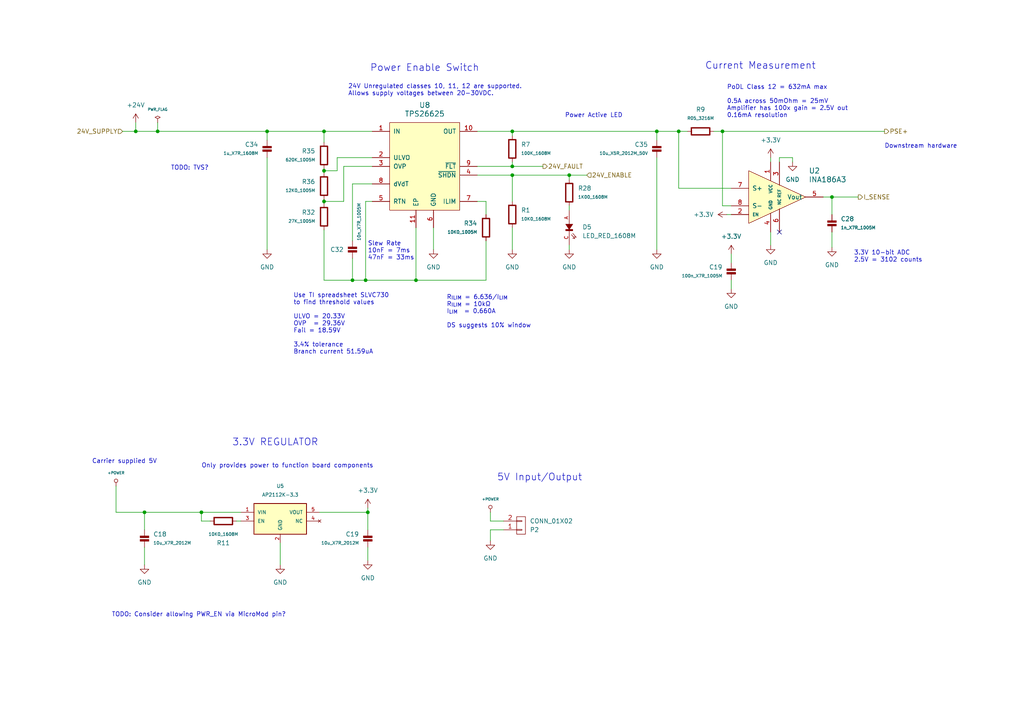
<source format=kicad_sch>
(kicad_sch (version 20230121) (generator eeschema)
  (paper "A4")
  (title_block (title "Input Power Switch and Sensing") (date "2023-08-17") (rev "V1.0") (comment 2 "eFuse handles polarity, voltage, OCP") (comment 3 "HV PoDL feed is controlled by Micro."))
  (lib_symbols
    (symbol "appli_analog_devices:INA186A3" (pin_names (offset 1.016))
      (property "Reference" "U" (at 5.08 7.62 0))
      (property "Value" "INA186A3" (at 8.89 5.08 0))
      (symbol "INA186A3_0_1"
        (polyline (pts (xy -6.35 7.62) (xy -6.35 -7.62) (xy 10.16 0) (xy -6.35 7.62)) (fill (type background)))
      )
      (symbol "INA186A3_1_0"
        (pin passive line (at 2.54 10.16 270) (length 6.75) (name "REF") (number "3"))
        (pin passive line (at 2.54 -10.16 90) (length 6.75) (name "NC") (number "6"))
      )
      (symbol "INA186A3_1_1"
        (pin input line (at 0 10.16 270) (length 5.4102) (name "VCC") (number "1"))
        (pin input line (at -11.43 -5.08 0) (length 5.08) (name "EN") (number "2"))
        (pin input line (at 0 -10.16 90) (length 5.4102) (name "GND") (number "4"))
        (pin input line (at 15.24 0 180) (length 5.08) (name "Vout") (number "5"))
        (pin input line (at -11.43 2.54 0) (length 5.08) (name "S+") (number "7"))
        (pin input line (at -11.43 -2.54 0) (length 5.08) (name "S-") (number "8"))
      )
    )
    (symbol "appli_capacitor:100n_X7R_1005M" (pin_numbers hide) (pin_names (offset 0.254))
      (property "Reference" "C" (at -2.286 -2.54 90))
      (property "Value" "100n_X7R_1005M" (at 2.159 -2.54 90))
      (symbol "100n_X7R_1005M_0_1"
        (rectangle (start -1.27 -2.794) (end 1.27 -3.302) (fill (type outline)))
        (rectangle (start -1.27 -1.778) (end 1.27 -2.286) (fill (type outline)))
      )
      (symbol "100n_X7R_1005M_1_1"
        (pin passive line (at 0 0 270) (length 1.778) (name "~") (number "1"))
        (pin passive line (at 0 -5.08 90) (length 1.778) (name "~") (number "2"))
      )
    )
    (symbol "appli_capacitor:10n_X7R_1005M" (pin_numbers hide) (pin_names (offset 0.254))
      (property "Reference" "C" (at -2.286 -2.54 90))
      (property "Value" "10n_X7R_1005M" (at 2.159 -2.54 90))
      (symbol "10n_X7R_1005M_0_1"
        (rectangle (start -1.27 -2.794) (end 1.27 -3.302) (fill (type outline)))
        (rectangle (start -1.27 -1.778) (end 1.27 -2.286) (fill (type outline)))
      )
      (symbol "10n_X7R_1005M_1_1"
        (pin passive line (at 0 0 270) (length 1.778) (name "~") (number "1"))
        (pin passive line (at 0 -5.08 90) (length 1.778) (name "~") (number "2"))
      )
    )
    (symbol "appli_capacitor:10u_X5R_2012M_50V" (pin_numbers hide) (pin_names (offset 0.254))
      (property "Reference" "C" (at -2.286 -2.54 90))
      (property "Value" "10u_X5R_2012M_50V" (at 2.159 -2.54 90))
      (symbol "10u_X5R_2012M_50V_0_1"
        (rectangle (start -1.27 -2.794) (end 1.27 -3.302) (fill (type outline)))
        (rectangle (start -1.27 -1.778) (end 1.27 -2.286) (fill (type outline)))
      )
      (symbol "10u_X5R_2012M_50V_1_1"
        (pin passive line (at 0 0 270) (length 1.778) (name "~") (number "1"))
        (pin passive line (at 0 -5.08 90) (length 1.778) (name "~") (number "2"))
      )
    )
    (symbol "appli_capacitor:10u_X7R_2012M" (pin_numbers hide) (pin_names (offset 0.254))
      (property "Reference" "C" (at -2.286 -2.54 90))
      (property "Value" "10u_X7R_2012M" (at 2.159 -2.54 90))
      (symbol "10u_X7R_2012M_0_1"
        (rectangle (start -1.27 -2.794) (end 1.27 -3.302) (fill (type outline)))
        (rectangle (start -1.27 -1.778) (end 1.27 -2.286) (fill (type outline)))
      )
      (symbol "10u_X7R_2012M_1_1"
        (pin passive line (at 0 0 270) (length 1.778) (name "~") (number "1"))
        (pin passive line (at 0 -5.08 90) (length 1.778) (name "~") (number "2"))
      )
    )
    (symbol "appli_capacitor:1n_X7R_1005M" (pin_numbers hide) (pin_names (offset 0.254))
      (property "Reference" "C" (at -2.286 -2.54 90))
      (property "Value" "1n_X7R_1005M" (at 2.159 -2.54 90))
      (symbol "1n_X7R_1005M_0_1"
        (rectangle (start -1.27 -2.794) (end 1.27 -3.302) (fill (type outline)))
        (rectangle (start -1.27 -1.778) (end 1.27 -2.286) (fill (type outline)))
      )
      (symbol "1n_X7R_1005M_1_1"
        (pin passive line (at 0 0 270) (length 1.778) (name "~") (number "1"))
        (pin passive line (at 0 -5.08 90) (length 1.778) (name "~") (number "2"))
      )
    )
    (symbol "appli_capacitor:1u_X7R_1608M" (pin_numbers hide) (pin_names (offset 0.254))
      (property "Reference" "C" (at -2.286 -2.54 90))
      (property "Value" "1u_X7R_1608M" (at 2.159 -2.54 90))
      (symbol "1u_X7R_1608M_0_1"
        (rectangle (start -1.27 -2.794) (end 1.27 -3.302) (fill (type outline)))
        (rectangle (start -1.27 -1.778) (end 1.27 -2.286) (fill (type outline)))
      )
      (symbol "1u_X7R_1608M_1_1"
        (pin passive line (at 0 0 270) (length 1.778) (name "~") (number "1"))
        (pin passive line (at 0 -5.08 90) (length 1.778) (name "~") (number "2"))
      )
    )
    (symbol "appli_connector_wurth:CONN_01X02" (pin_names (offset 1.016) hide)
      (property "Reference" "P" (at 0 3.81 0))
      (property "Value" "CONN_01X02" (at 2.54 0 90))
      (symbol "CONN_01X02_0_1"
        (rectangle (start -1.27 -1.143) (end 0.254 -1.397))
        (rectangle (start -1.27 1.397) (end 0.254 1.143))
        (rectangle (start -1.27 2.54) (end 1.27 -2.54))
      )
      (symbol "CONN_01X02_1_1"
        (pin passive line (at -5.08 1.27 0) (length 3.81) (name "P1") (number "1"))
        (pin passive line (at -5.08 -1.27 0) (length 3.81) (name "P2") (number "2"))
      )
    )
    (symbol "appli_device:LED_RED_1608M" (pin_names (offset 1.016) hide)
      (property "Reference" "D" (at 0 2.54 0))
      (property "Value" "LED_RED_1608M" (at 0 -2.54 0))
      (symbol "LED_RED_1608M_0_1"
        (rectangle (start -0.508 1.016) (end -0.889 -1.016) (fill (type outline)))
        (polyline (pts (xy -2.032 -0.635) (xy -3.175 -1.651) (xy -3.048 -1.016)))
        (polyline (pts (xy -1.651 -1.016) (xy -2.794 -2.032) (xy -2.667 -1.397)))
        (polyline (pts (xy 1.016 -1.016) (xy -0.508 0) (xy 1.016 1.016) (xy 1.016 -1.016)) (fill (type outline)))
      )
      (symbol "LED_RED_1608M_1_1"
        (pin passive line (at 5.08 0 180) (length 4.445) (name "A") (number "A"))
        (pin passive line (at -5.08 0 0) (length 4.445) (name "C") (number "C"))
      )
    )
    (symbol "appli_power:+24V" (power) (pin_names (offset 0))
      (property "Value" "+24V" (at 0 3.556 0))
      (symbol "+24V_0_1"
        (polyline (pts (xy -0.762 1.27) (xy 0 2.54)))
        (polyline (pts (xy 0 0) (xy 0 2.54)))
        (polyline (pts (xy 0 2.54) (xy 0.762 1.27)))
      )
      (symbol "+24V_1_1"
        (pin power_in line (at 0 0 90) (length 0) hide (name "+24V") (number "1"))
      )
    )
    (symbol "appli_power:+3.3V" (power) (pin_names (offset 0))
      (property "Value" "+3.3V" (at 0 3.556 0))
      (symbol "+3.3V_0_1"
        (polyline (pts (xy -0.762 1.27) (xy 0 2.54)))
        (polyline (pts (xy 0 0) (xy 0 2.54)))
        (polyline (pts (xy 0 2.54) (xy 0.762 1.27)))
      )
      (symbol "+3.3V_1_1"
        (pin power_in line (at 0 0 90) (length 0) hide (name "+3.3V") (number "1"))
      )
    )
    (symbol "appli_power:+POWER" (power) (pin_names (offset 0))
      (property "Value" "+POWER" (at 0 2.54 0))
      (symbol "+POWER_0_0"
        (pin power_in line (at 0 0 90) (length 0) hide (name "+POWER") (number "1"))
      )
      (symbol "+POWER_0_1"
        (polyline (pts (xy 0 0) (xy 0 1.016) (xy 0 1.016)))
        (circle (center 0 1.524) (radius 0.508))
      )
    )
    (symbol "appli_power:GND" (power) (pin_names (offset 0))
      (property "Value" "GND" (at 0 -3.81 0))
      (symbol "GND_0_1"
        (polyline (pts (xy 0 0) (xy 0 -1.27) (xy 1.27 -1.27) (xy 0 -2.54) (xy -1.27 -1.27) (xy 0 -1.27)))
      )
      (symbol "GND_1_1"
        (pin power_in line (at 0 0 270) (length 0) hide (name "GND") (number "1"))
      )
    )
    (symbol "appli_power:PWR_FLAG" (power) (pin_numbers hide) (pin_names (offset 0) hide)
      (property "Value" "PWR_FLAG" (at 0 2.54 0))
      (symbol "PWR_FLAG_0_0"
        (pin power_out line (at 0 0 90) (length 0) (name "pwr") (number "1"))
      )
      (symbol "PWR_FLAG_0_1"
        (polyline (pts (xy 0 0) (xy 0 1.143) (xy -0.762 1.524) (xy 0 1.905) (xy 0.762 1.524) (xy 0 1.143)))
      )
    )
    (symbol "appli_regulator:AP2112K-3.3" (pin_names (offset 1.016))
      (property "Reference" "U" (at -7.62 7.62 0))
      (property "Value" "AP2112K-3.3" (at -7.62 6.35 0))
      (symbol "AP2112K-3.3_0_1"
        (rectangle (start -7.62 3.81) (end 7.62 -5.08) (stroke (width 0.254)) (fill (type background)))
      )
      (symbol "AP2112K-3.3_1_1"
        (pin input line (at -11.43 1.27 0) (length 3.81) (name "VIN") (number "1"))
        (pin power_in line (at 0 -7.62 90) (length 2.54) (name "GND") (number "2"))
        (pin power_out line (at -11.43 -1.27 0) (length 3.81) (name "EN") (number "3"))
        (pin no_connect line (at 11.43 -1.27 180) (length 3.81) (name "NC") (number "4"))
        (pin power_out line (at 11.43 1.27 180) (length 3.81) (name "VOUT") (number "5"))
      )
    )
    (symbol "appli_resistor:100K_1608M" (pin_numbers hide) (pin_names (offset 0))
      (property "Reference" "R" (at -2.159 -3.81 90))
      (property "Value" "100K_1608M" (at 2.032 -3.81 90))
      (symbol "100K_1608M_0_1"
        (rectangle (start -1.016 -1.143) (end 1.016 -6.477) (stroke (width 0.381)))
      )
      (symbol "100K_1608M_1_1"
        (pin passive line (at 0 0 270) (length 1.143) (name "~") (number "1"))
        (pin passive line (at 0 -7.62 90) (length 1.143) (name "~") (number "2"))
      )
    )
    (symbol "appli_resistor:10K0_1005M" (pin_numbers hide) (pin_names (offset 0))
      (property "Reference" "R" (at -2.159 -3.81 90))
      (property "Value" "10K0_1005M" (at 2.032 -3.81 90))
      (symbol "10K0_1005M_0_1"
        (rectangle (start -1.016 -1.143) (end 1.016 -6.477) (stroke (width 0.381)))
      )
      (symbol "10K0_1005M_1_1"
        (pin passive line (at 0 0 270) (length 1.143) (name "~") (number "1"))
        (pin passive line (at 0 -7.62 90) (length 1.143) (name "~") (number "2"))
      )
    )
    (symbol "appli_resistor:10K0_1608M" (pin_numbers hide) (pin_names (offset 0))
      (property "Reference" "R" (at -2.159 -3.81 90))
      (property "Value" "10K0_1608M" (at 2.032 -3.81 90))
      (symbol "10K0_1608M_0_1"
        (rectangle (start -1.016 -1.143) (end 1.016 -6.477) (stroke (width 0.381)))
      )
      (symbol "10K0_1608M_1_1"
        (pin passive line (at 0 0 270) (length 1.143) (name "~") (number "1"))
        (pin passive line (at 0 -7.62 90) (length 1.143) (name "~") (number "2"))
      )
    )
    (symbol "appli_resistor:12K0_1005M" (pin_numbers hide) (pin_names (offset 0))
      (property "Reference" "R" (at -2.159 -3.81 90))
      (property "Value" "12K0_1005M" (at 2.032 -3.81 90))
      (symbol "12K0_1005M_0_1"
        (rectangle (start -1.016 -1.143) (end 1.016 -6.477) (stroke (width 0.381)))
      )
      (symbol "12K0_1005M_1_1"
        (pin passive line (at 0 0 270) (length 1.143) (name "~") (number "1"))
        (pin passive line (at 0 -7.62 90) (length 1.143) (name "~") (number "2"))
      )
    )
    (symbol "appli_resistor:1K00_1608M" (pin_numbers hide) (pin_names (offset 0))
      (property "Reference" "R" (at -2.159 -3.81 90))
      (property "Value" "1K00_1608M" (at 2.032 -3.81 90))
      (symbol "1K00_1608M_0_1"
        (rectangle (start -1.016 -1.143) (end 1.016 -6.477) (stroke (width 0.381)))
      )
      (symbol "1K00_1608M_1_1"
        (pin passive line (at 0 0 270) (length 1.143) (name "~") (number "1"))
        (pin passive line (at 0 -7.62 90) (length 1.143) (name "~") (number "2"))
      )
    )
    (symbol "appli_resistor:27K_1005M" (pin_numbers hide) (pin_names (offset 0))
      (property "Reference" "R" (at -2.159 -3.81 90))
      (property "Value" "27K_1005M" (at 2.032 -3.81 90))
      (symbol "27K_1005M_0_1"
        (rectangle (start -1.016 -1.143) (end 1.016 -6.477) (stroke (width 0.381)))
      )
      (symbol "27K_1005M_1_1"
        (pin passive line (at 0 0 270) (length 1.143) (name "~") (number "1"))
        (pin passive line (at 0 -7.62 90) (length 1.143) (name "~") (number "2"))
      )
    )
    (symbol "appli_resistor:620K_1005M" (pin_numbers hide) (pin_names (offset 0))
      (property "Reference" "R" (at -2.159 -3.81 90))
      (property "Value" "620K_1005M" (at 2.032 -3.81 90))
      (symbol "620K_1005M_0_1"
        (rectangle (start -1.016 -1.143) (end 1.016 -6.477) (stroke (width 0.381)))
      )
      (symbol "620K_1005M_1_1"
        (pin passive line (at 0 0 270) (length 1.143) (name "~") (number "1"))
        (pin passive line (at 0 -7.62 90) (length 1.143) (name "~") (number "2"))
      )
    )
    (symbol "appli_resistor:R05_3216M" (pin_numbers hide) (pin_names (offset 0))
      (property "Reference" "R" (at -2.159 -3.81 90))
      (property "Value" "R05_3216M" (at 2.032 -3.81 90))
      (symbol "R05_3216M_0_1"
        (rectangle (start -1.016 -1.143) (end 1.016 -6.477) (stroke (width 0.381)))
      )
      (symbol "R05_3216M_1_1"
        (pin passive line (at 0 0 270) (length 1.143) (name "~") (number "1"))
        (pin passive line (at 0 -7.62 90) (length 1.143) (name "~") (number "2"))
      )
    )
    (symbol "appli_special:TPS26625" (pin_names (offset 1.016))
      (property "Reference" "U" (at 0 17.78 0))
      (property "Value" "TPS26625" (at 0 15.24 0))
      (symbol "TPS26625_0_1"
        (rectangle (start -10.16 12.7) (end 10.16 -12.7) (fill (type background)))
      )
      (symbol "TPS26625_1_0"
        (pin input line (at 15.24 10.16 180) (length 5.08) (name "OUT") (number "10"))
        (pin input line (at -2.54 -17.78 90) (length 5.08) (name "EP") (number "11"))
        (pin input line (at 15.24 0 180) (length 5.08) (name "~{FLT}") (number "9"))
      )
      (symbol "TPS26625_1_1"
        (pin input line (at -15.24 10.16 0) (length 5.08) (name "IN") (number "1"))
        (pin input line (at -15.24 2.54 0) (length 5.08) (name "ULVO") (number "2"))
        (pin input line (at -15.24 0 0) (length 5.08) (name "OVP") (number "3"))
        (pin input line (at 15.24 -2.54 180) (length 5.08) (name "~{SHDN}") (number "4"))
        (pin input line (at -15.24 -10.16 0) (length 5.08) (name "RTN") (number "5"))
        (pin input line (at 2.54 -17.78 90) (length 5.08) (name "GND") (number "6"))
        (pin input line (at 15.24 -10.16 180) (length 5.08) (name "ILIM") (number "7"))
        (pin input line (at -15.24 -5.08 0) (length 5.08) (name "dVdT") (number "8"))
      )
    )
  )
  (junction (at 148.59 48.26))
  (junction (at 190.5 38.1))
  (junction (at 120.65 81.28))
  (junction (at 241.3 57.15))
  (junction (at 41.91 148.59))
  (junction (at 196.85 38.1))
  (junction (at 165.1 50.8))
  (junction (at 58.42 148.59))
  (junction (at 93.98 38.1))
  (junction (at 102.235 81.28))
  (junction (at 148.59 50.8))
  (junction (at 148.59 38.1))
  (junction (at 45.72 38.1))
  (junction (at 209.55 38.1))
  (junction (at 106.68 148.59))
  (junction (at 106.045 81.28))
  (junction (at 39.37 38.1))
  (junction (at 77.47 38.1))
  (junction (at 93.98 49.53))
  (junction (at 93.98 58.42))
  (no_connect (at 226.06 67.31))
  (wire (pts (xy 93.98 58.42) (xy 99.695 58.42)))
  (wire (pts (xy 93.98 81.28) (xy 102.235 81.28)))
  (wire (pts (xy 196.85 54.61) (xy 196.85 38.1)))
  (wire (pts (xy 93.98 57.785) (xy 93.98 58.42)))
  (wire (pts (xy 209.55 38.1) (xy 209.55 59.69)))
  (wire (pts (xy 229.87 46.99) (xy 229.87 45.72)))
  (wire (pts (xy 93.98 58.42) (xy 93.98 59.055)))
  (wire (pts (xy 148.59 48.26) (xy 157.48 48.26)))
  (wire (pts (xy 120.65 66.04) (xy 120.65 81.28)))
  (wire (pts (xy 93.98 38.1) (xy 107.95 38.1)))
  (wire (pts (xy 140.97 62.23) (xy 140.97 58.42)))
  (wire (pts (xy 207.01 38.1) (xy 209.55 38.1)))
  (wire (pts (xy 106.045 58.42) (xy 106.045 81.28)))
  (wire (pts (xy 99.695 48.26) (xy 107.95 48.26)))
  (wire (pts (xy 140.97 58.42) (xy 138.43 58.42)))
  (wire (pts (xy 209.55 59.69) (xy 212.09 59.69)))
  (wire (pts (xy 165.1 50.8) (xy 165.1 52.07)))
  (wire (pts (xy 106.68 158.75) (xy 106.68 162.56)))
  (wire (pts (xy 125.73 66.04) (xy 125.73 72.39)))
  (wire (pts (xy 106.68 148.59) (xy 106.68 153.67)))
  (wire (pts (xy 148.59 50.8) (xy 165.1 50.8)))
  (wire (pts (xy 146.05 151.13) (xy 142.24 151.13)))
  (wire (pts (xy 93.98 38.1) (xy 93.98 41.275)))
  (wire (pts (xy 102.235 81.28) (xy 106.045 81.28)))
  (wire (pts (xy 229.87 45.72) (xy 226.06 45.72)))
  (wire (pts (xy 210.82 62.23) (xy 212.09 62.23)))
  (wire (pts (xy 33.655 140.97) (xy 33.655 148.59)))
  (wire (pts (xy 238.76 57.15) (xy 241.3 57.15)))
  (wire (pts (xy 93.98 66.675) (xy 93.98 81.28)))
  (wire (pts (xy 102.235 53.34) (xy 102.235 69.85)))
  (wire (pts (xy 77.47 45.72) (xy 77.47 72.39)))
  (wire (pts (xy 196.85 38.1) (xy 199.39 38.1)))
  (wire (pts (xy 35.56 38.1) (xy 39.37 38.1)))
  (wire (pts (xy 39.37 38.1) (xy 45.72 38.1)))
  (wire (pts (xy 142.24 151.13) (xy 142.24 148.59)))
  (wire (pts (xy 190.5 45.72) (xy 190.5 72.39)))
  (wire (pts (xy 45.72 35.56) (xy 45.72 38.1)))
  (wire (pts (xy 58.42 148.59) (xy 69.85 148.59)))
  (wire (pts (xy 212.09 81.28) (xy 212.09 83.82)))
  (wire (pts (xy 93.98 49.53) (xy 93.98 50.165)))
  (wire (pts (xy 120.65 81.28) (xy 140.97 81.28)))
  (wire (pts (xy 165.1 59.69) (xy 165.1 60.96)))
  (wire (pts (xy 77.47 38.1) (xy 93.98 38.1)))
  (wire (pts (xy 99.695 58.42) (xy 99.695 48.26)))
  (wire (pts (xy 212.09 73.66) (xy 212.09 76.2)))
  (wire (pts (xy 209.55 38.1) (xy 256.54 38.1)))
  (wire (pts (xy 148.59 38.1) (xy 148.59 39.37)))
  (wire (pts (xy 92.71 148.59) (xy 106.68 148.59)))
  (wire (pts (xy 41.91 148.59) (xy 58.42 148.59)))
  (wire (pts (xy 196.85 54.61) (xy 212.09 54.61)))
  (wire (pts (xy 226.06 45.72) (xy 226.06 46.99)))
  (wire (pts (xy 97.79 45.72) (xy 107.95 45.72)))
  (wire (pts (xy 107.95 53.34) (xy 102.235 53.34)))
  (wire (pts (xy 148.59 66.04) (xy 148.59 72.39)))
  (wire (pts (xy 241.3 57.15) (xy 241.3 62.23)))
  (wire (pts (xy 60.96 151.13) (xy 58.42 151.13)))
  (wire (pts (xy 107.95 58.42) (xy 106.045 58.42)))
  (wire (pts (xy 165.1 71.12) (xy 165.1 72.39)))
  (wire (pts (xy 102.235 74.93) (xy 102.235 81.28)))
  (wire (pts (xy 190.5 38.1) (xy 190.5 40.64)))
  (wire (pts (xy 241.3 67.31) (xy 241.3 71.755)))
  (wire (pts (xy 58.42 151.13) (xy 58.42 148.59)))
  (wire (pts (xy 41.91 158.75) (xy 41.91 163.83)))
  (wire (pts (xy 138.43 38.1) (xy 148.59 38.1)))
  (wire (pts (xy 41.91 148.59) (xy 41.91 153.67)))
  (wire (pts (xy 190.5 38.1) (xy 196.85 38.1)))
  (wire (pts (xy 39.37 35.56) (xy 39.37 38.1)))
  (wire (pts (xy 148.59 50.8) (xy 148.59 58.42)))
  (wire (pts (xy 68.58 151.13) (xy 69.85 151.13)))
  (wire (pts (xy 45.72 38.1) (xy 77.47 38.1)))
  (wire (pts (xy 81.28 157.48) (xy 81.28 163.83)))
  (wire (pts (xy 106.045 81.28) (xy 120.65 81.28)))
  (wire (pts (xy 93.98 49.53) (xy 97.79 49.53)))
  (wire (pts (xy 106.68 147.32) (xy 106.68 148.59)))
  (wire (pts (xy 138.43 48.26) (xy 148.59 48.26)))
  (wire (pts (xy 165.1 50.8) (xy 170.18 50.8)))
  (wire (pts (xy 142.24 153.67) (xy 142.24 156.845)))
  (wire (pts (xy 77.47 38.1) (xy 77.47 40.64)))
  (wire (pts (xy 148.59 46.99) (xy 148.59 48.26)))
  (wire (pts (xy 148.59 38.1) (xy 190.5 38.1)))
  (wire (pts (xy 140.97 81.28) (xy 140.97 69.85)))
  (wire (pts (xy 33.655 148.59) (xy 41.91 148.59)))
  (wire (pts (xy 241.3 57.15) (xy 248.92 57.15)))
  (wire (pts (xy 223.52 45.72) (xy 223.52 46.99)))
  (wire (pts (xy 146.05 153.67) (xy 142.24 153.67)))
  (wire (pts (xy 138.43 50.8) (xy 148.59 50.8)))
  (wire (pts (xy 93.98 48.895) (xy 93.98 49.53)))
  (wire (pts (xy 97.79 45.72) (xy 97.79 49.53)))
  (wire (pts (xy 223.52 67.31) (xy 223.52 71.12)))
  (text "3.3V 10-bit ADC\n2.5V = 3102 counts\n" (at 247.65 76.2 0) (effects (font (size 1.27 1.27)) (justify left bottom)))
  (text "PoDL Class 12 = 632mA max\n\n0.5A across 50mOhm = 25mV\nAmplifier has 100x gain = 2.5V out\n0.16mA resolution" (at 210.82 34.29 0) (effects (font (size 1.27 1.27)) (justify left bottom)))
  (text "Only provides power to function board components" (at 58.42 135.89 0) (effects (font (size 1.27 1.27)) (justify left bottom)))
  (text "Slew Rate\n10nF = 7ms\n47nF = 33ms" (at 106.68 75.565 0) (effects (font (size 1.27 1.27)) (justify left bottom)))
  (text "TODO: Consider allowing PWR_EN via MicroMod pin?" (at 32.385 179.07 0) (effects (font (size 1.27 1.27)) (justify left bottom)))
  (text "Downstream hardware" (at 256.54 43.18 0) (effects (font (size 1.27 1.27)) (justify left bottom)))
  (text "Use TI spreadsheet SLVC730\nto find threshold values\n\nULVO = 20.33V\nOVP	 = 29.36V\nFail = 18.59V \n\n3.4% tolerance\nBranch current 51.59uA	\n" (at 85.09 102.87 0) (effects (font (size 1.27 1.27)) (justify left bottom)))
  (text "Current Measurement" (at 204.47 20.32 0) (effects (font (size 2 2)) (justify left bottom)))
  (text "3.3V REGULATOR" (at 67.31 129.54 0) (effects (font (size 2 2)) (justify left bottom)))
  (text "Carrier supplied 5V" (at 26.67 134.62 0) (effects (font (size 1.27 1.27)) (justify left bottom)))
  (text "Power Active LED" (at 163.83 34.29 0) (effects (font (size 1.27 1.27)) (justify left bottom)))
  (text "24V Unregulated classes 10, 11, 12 are supported.\nAllows supply voltages between 20-30VDC." (at 100.965 27.94 0) (effects (font (size 1.27 1.27)) (justify left bottom)))
  (text "R_{ILIM} = 6.636/I_{LIM}\nR_{ILIM} = 10kΩ\nI_{LIM}  = 0.660A\n\nDS suggests 10% window" (at 129.54 95.25 0) (effects (font (size 1.27 1.27)) (justify left bottom)))
  (text "Power Enable Switch" (at 107.315 20.955 0) (effects (font (size 2 2)) (justify left bottom)))
  (text "TODO: TVS?" (at 49.53 49.53 0) (effects (font (size 1.27 1.27)) (justify left bottom)))
  (text "5V Input/Output" (at 144.145 139.7 0) (effects (font (size 2 2)) (justify left bottom)))
  (hierarchical_label "24V_ENABLE" (shape input) (at 170.18 50.8 0))
  (hierarchical_label "24V_SUPPLY" (shape input) (at 35.56 38.1 180))
  (hierarchical_label "PSE+" (shape output) (at 256.54 38.1 0))
  (hierarchical_label "24V_FAULT" (shape output) (at 157.48 48.26 0))
  (hierarchical_label "I_SENSE" (shape output) (at 248.92 57.15 0))
  (symbol (lib_id "appli_capacitor:10u_X7R_2012M") (at 106.68 153.67 0) (mirror y) (unit 1)
    (property "Reference" "C19" (at 104.14 154.94 0) (effects (justify left)))
    (property "Value" "10u_X7R_2012M" (at 104.14 157.48 0) (effects (font (size 0.889 0.889)) (justify left)))
    (property "Footprint" "Applidyne_Capacitor:CAPC2012X110N" (effects hide))
    (property "Datasheet" "http://www.farnell.com/datasheets/1870456.pdf" (effects hide))
    (property "manf" "MULTICOMP" (effects hide))
    (property "manf#" "MC0805B106K6R3CT" (effects hide))
    (property "Supplier" "Element14" (effects hide))
    (property "Supplier Part No" "2320851" (effects hide))
    (property "Supplier URL" "http://au.element14.com/multicomp/mc0805b106k6r3ct/cap-mlcc-x7r-10uf-6-3v-0805/dp/2320851" (effects hide))
    (property "Supplier Price" "0.241" (effects hide))
    (property "Supplier Price Break" "10" (effects hide))
    (instances (project "spe-source" (path "" (reference "C19") (unit 1)) (path "" (reference "C21") (unit 1))))
  )
  (symbol (lib_id "appli_resistor:620K_1005M") (at 93.98 41.275 0) (mirror y) (unit 1)
    (property "Reference" "R35" (at 91.44 43.815 0) (effects (justify left)))
    (property "Value" "620K_1005M" (at 91.44 46.355 0) (effects (font (size 0.889 0.889)) (justify left)))
    (property "Footprint" "Applidyne_Resistor:RESC1005X40N" (effects hide))
    (property "Datasheet" "https://www.yageo.com/upload/media/product/productsearch/datasheet/rchip/PYu-RC_Group_51_RoHS_L_12.pdf" (effects hide))
    (property "manf" "Yageo" (effects hide))
    (property "manf#" "RC0402FR-07620KL" (effects hide))
    (property "Supplier" "Digi-Key" (effects hide))
    (property "Supplier Part No" "311-620KLRCT-ND" (effects hide))
    (property "Supplier URL" "https://www.digikey.com.au/en/products/detail/yageo/RC0402FR-07620KL/726647" (effects hide))
    (property "Supplier Price" "0.0101" (effects hide))
    (property "Supplier Price Break" "100" (effects hide))
  )
  (symbol (lib_id "appli_power:+POWER") (at 142.24 148.59 0) (unit 1)
    (property "Reference" "#PWR058" (effects hide))
    (property "Value" "+POWER" (at 142.24 144.78 0) (effects (font (size 0.762 0.762))))
  )
  (symbol (lib_id "appli_special:TPS26625") (at 123.19 48.26 0) (unit 1)
    (property "Reference" "U8" (at 123.19 30.48 0) (effects (font (size 1.524 1.524))))
    (property "Value" "TPS26625" (at 123.19 33.02 0) (effects (font (size 1.524 1.524))))
    (property "Footprint" "Applidyne_SON:SON50P300X300X90-11T240X165N_RELIEF" (effects hide))
    (property "Datasheet" "https://www.ti.com/general/docs/suppproductinfo.tsp?distId=10&gotoUrl=https%3A%2F%2Fwww.ti.com%2Flit%2Fgpn%2Ftps2662" (effects hide))
    (property "manf" "Texas Instruments" (effects hide))
    (property "manf#" "TPS26625DRCR" (effects hide))
    (property "Supplier" "Digikey" (effects hide))
    (property "Supplier Part No" "296-52606-1-ND" (effects hide))
    (property "Supplier URL" "https://www.digikey.com.au/en/products/detail/texas-instruments/TPS26625DRCR/9692673" (effects hide))
    (property "Supplier Price" "3.58" (effects hide))
    (property "Supplier Price Break" "10" (effects hide))
  )
  (symbol (lib_id "appli_capacitor:10u_X5R_2012M_50V") (at 190.5 40.64 0) (mirror y) (unit 1)
    (property "Reference" "C35" (at 187.96 41.91 0) (effects (justify left)))
    (property "Value" "10u_X5R_2012M_50V" (at 187.96 44.45 0) (effects (font (size 0.889 0.889)) (justify left)))
    (property "Footprint" "Applidyne_Capacitor:CAPC2012X110N" (effects hide))
    (property "Datasheet" "https://search.murata.co.jp/Ceramy/image/img/A01X/G101/ENG/GRM21BR61H106ME43-01A.pdf" (effects hide))
    (property "manf" "Murata Electronics" (effects hide))
    (property "manf#" "GRM21BR61H106ME43L" (effects hide))
    (property "Supplier" "Digikey" (effects hide))
    (property "Supplier Part No" "490-18664-1-ND" (effects hide))
    (property "Supplier URL" "https://www.digikey.com.au/en/products/detail/murata-electronics/GRM21BR61H106ME43L/10326317" (effects hide))
    (property "Supplier Price" "0.335" (effects hide))
    (property "Supplier Price Break" "10" (effects hide))
  )
  (symbol (lib_id "appli_power:+3.3V") (at 212.09 73.66 0) (unit 1)
    (property "Reference" "#PWR037" (effects hide))
    (property "Value" "+3.3V" (at 212.09 68.58 0))
    (instances (project "spe-source" (path "" (reference "#PWR037") (unit 1)) (path "" (reference "#PWR035") (unit 1))))
  )
  (symbol (lib_id "appli_capacitor:100n_X7R_1005M") (at 212.09 76.2 0) (mirror y) (unit 1)
    (property "Reference" "C19" (at 209.55 77.47 0) (effects (justify left)))
    (property "Value" "100n_X7R_1005M" (at 209.55 80.01 0) (effects (font (size 0.889 0.889)) (justify left)))
    (property "Footprint" "Applidyne_Capacitor:CAPC1005X60N" (effects hide))
    (property "Datasheet" "http://www.farnell.com/datasheets/1936565.pdf" (effects hide))
    (property "manf" "TDK" (effects hide))
    (property "manf#" "CGA2B3X7R1H104K050BB" (effects hide))
    (property "Supplier" "Element14" (effects hide))
    (property "Supplier Part No" "2210822" (effects hide))
    (property "Supplier URL" "http://au.element14.com/tdk/cga2b3x7r1h104k050bb/cap-mlcc-x7r-100nf-50v-0402/dp/2210822" (effects hide))
    (property "Supplier Price" "0.087" (effects hide))
    (property "Supplier Price Break" "100" (effects hide))
  )
  (symbol (lib_id "appli_power:GND") (at 106.68 162.56 0) (unit 1)
    (property "Reference" "#PWR027" (effects hide))
    (property "Value" "GND" (at 106.68 167.64 0))
    (instances (project "spe-source" (path "" (reference "#PWR027") (unit 1)) (path "" (reference "#PWR038") (unit 1))))
  )
  (symbol (lib_id "appli_device:LED_RED_1608M") (at 165.1 66.04 90) (unit 1)
    (property "Reference" "D5" (at 168.91 65.8495 90) (effects (justify right)))
    (property "Value" "LED_RED_1608M" (at 168.91 68.3895 90) (effects (justify right)))
    (property "Footprint" "Applidyne_LED:LEDC1608X80L40N" (effects hide))
    (property "Datasheet" "http://www.farnell.com/datasheets/1484480.pdf" (effects hide))
    (property "manf" "DIALIGHT" (effects hide))
    (property "manf#" "5988010107F" (effects hide))
    (property "Supplier" "Element 14" (effects hide))
    (property "Supplier Part No" "1465988" (effects hide))
    (property "Supplier URL" "https://au.element14.com/dialight/5988010107f/led-0603-red-40mcd-635nm/dp/1465988" (effects hide))
    (property "Supplier Price" "0.513" (effects hide))
    (property "Supplier Price Break" "10" (effects hide))
  )
  (symbol (lib_id "appli_power:GND") (at 190.5 72.39 0) (unit 1)
    (property "Reference" "#PWR078" (effects hide))
    (property "Value" "GND" (at 190.5 77.47 0))
  )
  (symbol (lib_id "appli_capacitor:10u_X7R_2012M") (at 41.91 153.67 0) (unit 1)
    (property "Reference" "C18" (at 44.45 154.94 0) (effects (justify left)))
    (property "Value" "10u_X7R_2012M" (at 44.45 157.48 0) (effects (font (size 0.889 0.889)) (justify left)))
    (property "Footprint" "Applidyne_Capacitor:CAPC2012X110N" (effects hide))
    (property "Datasheet" "http://www.farnell.com/datasheets/1870456.pdf" (effects hide))
    (property "manf" "MULTICOMP" (effects hide))
    (property "manf#" "MC0805B106K6R3CT" (effects hide))
    (property "Supplier" "Element14" (effects hide))
    (property "Supplier Part No" "2320851" (effects hide))
    (property "Supplier URL" "http://au.element14.com/multicomp/mc0805b106k6r3ct/cap-mlcc-x7r-10uf-6-3v-0805/dp/2320851" (effects hide))
    (property "Supplier Price" "0.241" (effects hide))
    (property "Supplier Price Break" "10" (effects hide))
  )
  (symbol (lib_id "appli_power:+24V") (at 39.37 35.56 0) (mirror y) (unit 1)
    (property "Reference" "#PWR054" (effects hide))
    (property "Value" "+24V" (at 39.37 30.48 0))
  )
  (symbol (lib_id "appli_resistor:27K_1005M") (at 93.98 59.055 0) (mirror y) (unit 1)
    (property "Reference" "R32" (at 91.44 61.595 0) (effects (justify left)))
    (property "Value" "27K_1005M" (at 91.44 64.135 0) (effects (font (size 0.889 0.889)) (justify left)))
    (property "Footprint" "Applidyne_Resistor:RESC1005X40N" (effects hide))
    (property "Datasheet" "https://www.yageo.com/upload/media/product/productsearch/datasheet/rchip/PYu-RC_Group_51_RoHS_L_12.pdf" (effects hide))
    (property "manf" "YAGEO" (effects hide))
    (property "manf#" "RC0402FR-0727KL" (effects hide))
    (property "Supplier" "Digi-Key" (effects hide))
    (property "Supplier Part No" "311-27.0KLRCT-ND" (effects hide))
    (property "Supplier URL" "https://www.digikey.com.au/en/products/detail/yageo/RC0402FR-0727KL/726574" (effects hide))
    (property "Supplier Price" "0.0107" (effects hide))
    (property "Supplier Price Break" "100" (effects hide))
  )
  (symbol (lib_id "appli_power:GND") (at 223.52 71.12 0) (unit 1)
    (property "Reference" "#PWR035" (effects hide))
    (property "Value" "GND" (at 223.52 76.2 0))
    (instances (project "spe-source" (path "" (reference "#PWR035") (unit 1)) (path "" (reference "#PWR027") (unit 1))))
  )
  (symbol (lib_id "appli_resistor:100K_1608M") (at 148.59 39.37 0) (unit 1)
    (property "Reference" "R7" (at 151.13 41.91 0) (effects (justify left)))
    (property "Value" "100K_1608M" (at 151.13 44.45 0) (effects (font (size 0.889 0.889)) (justify left)))
    (property "Footprint" "Applidyne_Resistor:RESC1608X50N" (effects hide))
    (property "Datasheet" "http://www.farnell.com/datasheets/1788326.pdf" (effects hide))
    (property "manf" "MULTICOMP" (effects hide))
    (property "manf#" "MC0063W06035100K" (effects hide))
    (property "Supplier" "Element14" (effects hide))
    (property "Supplier Part No" "9331719" (effects hide))
    (property "Supplier URL" "http://au.element14.com/multicomp/mc0063w06035100k/product-range-mc-series/dp/9331719" (effects hide))
    (property "Supplier Price" "0.001" (effects hide))
    (property "Supplier Price Break" "1" (effects hide))
  )
  (symbol (lib_id "appli_resistor:10K0_1608M") (at 60.96 151.13 90) (mirror x) (unit 1)
    (property "Reference" "R11" (at 64.77 157.48 90))
    (property "Value" "10K0_1608M" (at 64.77 154.94 90) (effects (font (size 0.889 0.889))))
    (property "Footprint" "Applidyne_Resistor:RESC1608X50N" (effects hide))
    (property "Datasheet" "http://www.farnell.com/datasheets/1723233.pdf" (effects hide))
    (property "manf" "TE CONNECTIVITY" (effects hide))
    (property "manf#" "CRGH0603F10K" (effects hide))
    (property "Supplier" "Element14" (effects hide))
    (property "Supplier Part No" "2332016" (effects hide))
    (property "Supplier URL" "http://au.element14.com/te-connectivity/crgh0603f10k/resistor-power-10k-0-2w-1-0603/dp/2332016" (effects hide))
    (property "Supplier Price" "0.02" (effects hide))
    (property "Supplier Price Break" "10" (effects hide))
  )
  (symbol (lib_id "appli_analog_devices:INA186A3") (at 223.52 57.15 0) (unit 1)
    (property "Reference" "U2" (at 236.22 49.53 0) (effects (font (size 1.524 1.524))))
    (property "Value" "INA186A3" (at 240.03 52.07 0) (effects (font (size 1.524 1.524))))
    (property "Footprint" "Applidyne_SOT:SOT23-8P65_280X145L45X30N" (effects hide))
    (property "Datasheet" "http://www.ti.com/lit/ds/symlink/ina186.pdf" (effects hide))
    (property "manf" "TEXAS INSTRUMENTS" (effects hide))
    (property "manf#" "INA186A3IDDFR" (effects hide))
    (property "Supplier" "Digikey" (effects hide))
    (property "Supplier Part No" "296-INA186A3IDDFRCT-ND" (effects hide))
    (property "Supplier URL" "https://www.digikey.com.au/en/products/detail/texas-instruments/INA186A3IDDFR/11308859" (effects hide))
    (property "Supplier Price" "2.13" (effects hide))
    (property "Supplier Price Break" "10" (effects hide))
  )
  (symbol (lib_id "appli_resistor:R05_3216M") (at 199.39 38.1 90) (unit 1)
    (property "Reference" "R9" (at 203.2 31.75 90))
    (property "Value" "R05_3216M" (at 203.2 34.29 90) (effects (font (size 0.889 0.889))))
    (property "Footprint" "Applidyne_Resistor:RESC3216X60L" (effects hide))
    (property "Datasheet" "http://au.rs-online.com/webdocs/0d9a/0900766b80d9a4e2.pdf" (effects hide))
    (property "manf" "Vishay" (effects hide))
    (property "manf#" "WSLP1206R0500FEA" (effects hide))
    (property "Supplier" "RS Online" (effects hide))
    (property "Supplier Part No" "683-6215" (effects hide))
    (property "Supplier URL" "http://au.rs-online.com/web/p/surface-mount-fixed-resistors/6836215" (effects hide))
    (property "Supplier Price" "1.2" (effects hide))
    (property "Supplier Price Break" "5" (effects hide))
  )
  (symbol (lib_id "appli_power:GND") (at 165.1 72.39 0) (unit 1)
    (property "Reference" "#PWR052" (effects hide))
    (property "Value" "GND" (at 165.1 77.47 0))
  )
  (symbol (lib_id "appli_power:+3.3V") (at 210.82 62.23 90) (unit 1)
    (property "Reference" "#PWR036" (effects hide))
    (property "Value" "+3.3V" (at 207.01 62.23 90) (effects (justify left)))
    (instances (project "spe-source" (path "" (reference "#PWR036") (unit 1)) (path "" (reference "#PWR060") (unit 1))))
  )
  (symbol (lib_id "appli_power:+POWER") (at 33.655 140.97 0) (unit 1)
    (property "Reference" "#PWR056" (effects hide))
    (property "Value" "+POWER" (at 33.655 137.16 0) (effects (font (size 0.762 0.762))))
  )
  (symbol (lib_id "appli_regulator:AP2112K-3.3") (at 81.28 149.86 0) (unit 1)
    (property "Reference" "U5" (at 81.28 140.97 0) (effects (font (size 1.016 1.016))))
    (property "Value" "AP2112K-3.3" (at 81.28 143.51 0) (effects (font (size 1.016 1.016))))
    (property "Footprint" "Applidyne_SOT:SOT95P280X145-5L30N" (effects hide))
    (property "Datasheet" "https://au.mouser.com/datasheet/2/115/AP2112-271550.pdf" (effects hide))
    (property "manf" "DIODES INCORPORATED" (effects hide))
    (property "manf#" "AP2112K-3.3TRG1" (effects hide))
    (property "Supplier" "Mouser" (effects hide))
    (property "Supplier Part No" "621-AP2112K-3.3TRG1" (effects hide))
    (property "Supplier URL" "https://au.mouser.com/ProductDetail/Diodes-Incorporated/AP2112K-33TRG1" (effects hide))
    (property "Supplier Price" "0.207" (effects hide))
    (property "Supplier Price Break" "100" (effects hide))
    (instances (project "spe-source" (path "" (reference "U5") (unit 1)) (path "" (reference "U6") (unit 1))))
  )
  (symbol (lib_id "appli_power:PWR_FLAG") (at 45.72 35.56 0) (unit 1)
    (property "Reference" "#FLG02" (effects hide))
    (property "Value" "PWR_FLAG" (at 45.72 31.75 0) (effects (font (size 0.762 0.762))))
  )
  (symbol (lib_id "appli_resistor:10K0_1005M") (at 140.97 62.23 0) (mirror y) (unit 1)
    (property "Reference" "R34" (at 138.43 64.77 0) (effects (justify left)))
    (property "Value" "10K0_1005M" (at 138.43 67.31 0) (effects (font (size 0.889 0.889)) (justify left)))
    (property "Footprint" "Applidyne_Resistor:RESC1005X40N" (effects hide))
    (property "Datasheet" "http://www.farnell.com/datasheets/2111203.pdf" (effects hide))
    (property "manf" "VISHAY" (effects hide))
    (property "manf#" "CRCW040210K0FKED" (effects hide))
    (property "Supplier" "Element14" (effects hide))
    (property "Supplier Part No" "1469669" (effects hide))
    (property "Supplier URL" "http://au.element14.com/vishay/crcw040210k0fked/res-thick-film-10k-1-0-063w-0402/dp/1469669" (effects hide))
    (property "Supplier Price" "0.009" (effects hide))
    (property "Supplier Price Break" "10" (effects hide))
  )
  (symbol (lib_id "appli_connector_wurth:CONN_01X02") (at 151.13 152.4 0) (mirror x) (unit 1)
    (property "Reference" "P2" (at 153.67 153.67 0) (effects (justify left)))
    (property "Value" "CONN_01X02" (at 153.67 151.13 0) (effects (justify left)))
    (property "Footprint" "Applidyne_Connector_Wurth:61300211121" (effects hide))
    (property "Datasheet" "http://www.farnell.com/cad/2124416.pdf" (effects hide))
    (property "manf" "WURTH ELECTRONIK" (effects hide))
    (property "manf#" "61300211121" (effects hide))
    (property "Supplier" "Element 14" (effects hide))
    (property "Supplier Part No" "2356153" (effects hide))
    (property "Supplier URL" "http://au.element14.com/wurth-elektronik/61300211121/header-2-54mm-pin-tht-vertical/dp/2356153" (effects hide))
    (property "Supplier Price" "0.17" (effects hide))
    (property "Supplier Price Break" "1" (effects hide))
  )
  (symbol (lib_id "appli_power:GND") (at 148.59 72.39 0) (unit 1)
    (property "Reference" "#PWR075" (effects hide))
    (property "Value" "GND" (at 148.59 77.47 0))
  )
  (symbol (lib_id "appli_capacitor:1u_X7R_1608M") (at 77.47 40.64 0) (unit 1)
    (property "Reference" "C34" (at 74.93 41.91 0) (effects (justify right)))
    (property "Value" "1u_X7R_1608M" (at 74.93 44.45 0) (effects (font (size 0.889 0.889)) (justify right)))
    (property "Footprint" "Applidyne_Capacitor:CAPC1608X90N" (effects hide))
    (property "Datasheet" "<Datasheet URL>" (effects hide))
    (property "manf" "muRata" (effects hide))
    (property "manf#" "GRM188R61H105KAALD" (effects hide))
    (property "Supplier" "Element14" (effects hide))
    (property "Supplier Part No" "1845736" (effects hide))
    (property "Supplier URL" "http://au.element14.com/murata/grm188r61h105kaald/cap-mlcc-x5r-1uf-50v-0603/dp/1845736" (effects hide))
    (property "Supplier Price" "0.092" (effects hide))
    (property "Supplier Price Break" "100" (effects hide))
  )
  (symbol (lib_id "appli_power:+3.3V") (at 223.52 45.72 0) (unit 1)
    (property "Reference" "#PWR036" (effects hide))
    (property "Value" "+3.3V" (at 223.52 40.64 0))
    (instances (project "spe-source" (path "" (reference "#PWR036") (unit 1)) (path "" (reference "#PWR026") (unit 1))))
  )
  (symbol (lib_id "appli_power:GND") (at 81.28 163.83 0) (unit 1)
    (property "Reference" "#PWR025" (effects hide))
    (property "Value" "GND" (at 81.28 168.91 0))
    (instances (project "spe-source" (path "" (reference "#PWR025") (unit 1)) (path "" (reference "#PWR028") (unit 1))))
  )
  (symbol (lib_id "appli_power:GND") (at 125.73 72.39 0) (unit 1)
    (property "Reference" "#PWR068" (effects hide))
    (property "Value" "GND" (at 125.73 77.47 0))
  )
  (symbol (lib_id "appli_capacitor:10n_X7R_1005M") (at 102.235 69.85 0) (mirror y) (unit 1)
    (property "Reference" "C32" (at 99.695 72.39 0) (effects (justify left)))
    (property "Value" "10n_X7R_1005M" (at 104.14 69.85 90) (effects (font (size 0.889 0.889)) (justify left)))
    (property "Footprint" "Applidyne_Capacitor:CAPC1005X60N" (effects hide))
    (property "Datasheet" "http://www.farnell.com/datasheets/2205263.pdf" (effects hide))
    (property "manf" "KEMET" (effects hide))
    (property "manf#" "C0402C103K5RACTU" (effects hide))
    (property "Supplier" "Element14" (effects hide))
    (property "Supplier Part No" "1414575" (effects hide))
    (property "Supplier URL" "http://au.element14.com/kemet/c0402c103k5ractu/cap-mlcc-x7r-10nf-50v-0402/dp/1414575" (effects hide))
    (property "Supplier Price" "0.014" (effects hide))
    (property "Supplier Price Break" "10" (effects hide))
  )
  (symbol (lib_id "appli_power:GND") (at 41.91 163.83 0) (unit 1)
    (property "Reference" "#PWR028" (effects hide))
    (property "Value" "GND" (at 41.91 168.91 0))
    (instances (project "spe-source" (path "" (reference "#PWR028") (unit 1)) (path "" (reference "#PWR025") (unit 1))))
  )
  (symbol (lib_id "appli_power:GND") (at 142.24 156.845 0) (unit 1)
    (property "Reference" "#PWR057" (effects hide))
    (property "Value" "GND" (at 142.24 161.925 0))
  )
  (symbol (lib_id "appli_power:GND") (at 229.87 46.99 0) (unit 1)
    (property "Reference" "#PWR035" (effects hide))
    (property "Value" "GND" (at 229.87 52.07 0))
    (instances (project "spe-source" (path "" (reference "#PWR035") (unit 1)) (path "" (reference "#PWR061") (unit 1))))
  )
  (symbol (lib_id "appli_resistor:10K0_1608M") (at 148.59 58.42 0) (unit 1)
    (property "Reference" "R1" (at 151.13 60.96 0) (effects (justify left)))
    (property "Value" "10K0_1608M" (at 151.13 63.5 0) (effects (font (size 0.889 0.889)) (justify left)))
    (property "Footprint" "Applidyne_Resistor:RESC1608X50N" (effects hide))
    (property "Datasheet" "http://www.farnell.com/datasheets/1723233.pdf" (effects hide))
    (property "manf" "TE CONNECTIVITY" (effects hide))
    (property "manf#" "CRGH0603F10K" (effects hide))
    (property "Supplier" "Element14" (effects hide))
    (property "Supplier Part No" "2332016" (effects hide))
    (property "Supplier URL" "http://au.element14.com/te-connectivity/crgh0603f10k/resistor-power-10k-0-2w-1-0603/dp/2332016" (effects hide))
    (property "Supplier Price" "0.02" (effects hide))
    (property "Supplier Price Break" "10" (effects hide))
  )
  (symbol (lib_id "appli_capacitor:1n_X7R_1005M") (at 241.3 62.23 0) (unit 1)
    (property "Reference" "C28" (at 243.84 63.5 0) (effects (justify left)))
    (property "Value" "1n_X7R_1005M" (at 243.84 66.04 0) (effects (font (size 0.889 0.889)) (justify left)))
    (property "Footprint" "Applidyne_Capacitor:CAPC1005X60N" (effects hide))
    (property "Datasheet" "http://www.farnell.com/datasheets/2205255.pdf" (effects hide))
    (property "manf" "KEMET" (effects hide))
    (property "manf#" "C0402C102K5RACTU" (effects hide))
    (property "Supplier" "Element14" (effects hide))
    (property "Supplier Part No" "1414573" (effects hide))
    (property "Supplier URL" "http://au.element14.com/kemet/c0402c102k5ractu/cap-mlcc-x7r-1nf-50v-0402/dp/1414573" (effects hide))
    (property "Supplier Price" "0.015" (effects hide))
    (property "Supplier Price Break" "100" (effects hide))
  )
  (symbol (lib_id "appli_power:GND") (at 212.09 83.82 0) (unit 1)
    (property "Reference" "#PWR038" (effects hide))
    (property "Value" "GND" (at 212.09 88.9 0))
    (instances (project "spe-source" (path "" (reference "#PWR038") (unit 1)) (path "" (reference "#PWR036") (unit 1))))
  )
  (symbol (lib_id "appli_resistor:12K0_1005M") (at 93.98 50.165 0) (mirror y) (unit 1)
    (property "Reference" "R36" (at 91.44 52.705 0) (effects (justify left)))
    (property "Value" "12K0_1005M" (at 91.44 55.245 0) (effects (font (size 0.889 0.889)) (justify left)))
    (property "Footprint" "Applidyne_Resistor:RESC1005X40N" (effects hide))
    (property "Datasheet" "http://www.farnell.com/datasheets/2167052.pdf" (effects hide))
    (property "manf" "YAGEO" (effects hide))
    (property "manf#" "RC0402FR-0712KL" (effects hide))
    (property "Supplier" "Element14" (effects hide))
    (property "Supplier Part No" "9239367" (effects hide))
    (property "Supplier URL" "https://au.element14.com/yageo/rc0402fr-0712kl/res-12k-1-0-063w-0402-thick-film/dp/9239367?st=0402%20resistor%2012k" (effects hide))
    (property "Supplier Price" "0.007" (effects hide))
    (property "Supplier Price Break" "50" (effects hide))
  )
  (symbol (lib_id "appli_power:GND") (at 77.47 72.39 0) (unit 1)
    (property "Reference" "#PWR077" (effects hide))
    (property "Value" "GND" (at 77.47 77.47 0))
  )
  (symbol (lib_id "appli_power:+3.3V") (at 106.68 147.32 0) (unit 1)
    (property "Reference" "#PWR026" (effects hide))
    (property "Value" "+3.3V" (at 106.68 142.24 0))
    (instances (project "spe-source" (path "" (reference "#PWR026") (unit 1)) (path "" (reference "#PWR037") (unit 1))))
  )
  (symbol (lib_id "appli_resistor:1K00_1608M") (at 165.1 59.69 180) (unit 1)
    (property "Reference" "R28" (at 167.64 54.61 0) (effects (justify right)))
    (property "Value" "1K00_1608M" (at 167.64 57.15 0) (effects (font (size 0.889 0.889)) (justify right)))
    (property "Footprint" "Applidyne_Resistor:RESC1608X50N" (effects hide))
    (property "Datasheet" "http://www.farnell.com/datasheets/1723233.pdf" (effects hide))
    (property "manf" "MULTICOMP" (effects hide))
    (property "manf#" "MCHP03W8F1001T5E" (effects hide))
    (property "Supplier" "Element14" (effects hide))
    (property "Supplier Part No" "1576283" (effects hide))
    (property "Supplier URL" "http://au.element14.com/multicomp/mchp03w8f1001t5e/resistor-thick-film-1k-0-125w/dp/1576283" (effects hide))
    (property "Supplier Price" "0.011" (effects hide))
    (property "Supplier Price Break" "50+" (effects hide))
  )
  (symbol (lib_id "appli_power:GND") (at 241.3 71.755 0) (unit 1)
    (property "Reference" "#PWR035" (effects hide))
    (property "Value" "GND" (at 241.3 76.835 0))
    (instances (project "spe-source" (path "" (reference "#PWR035") (unit 1)) (path "" (reference "#PWR051") (unit 1))))
  )
)
</source>
